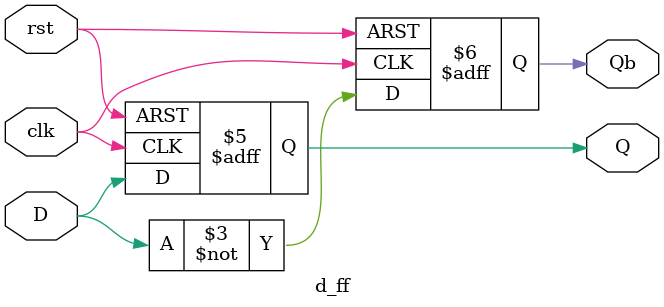
<source format=v>
module d_ff(Q,Qb,clk,rst,D);
	input clk,rst,D;
	output reg Q,Qb;
	initial begin
		Q<=0;
		Qb<=1;
	end

	always @(negedge clk or negedge rst)
	begin
		if(~rst) begin
			Q<=0;
			Qb<=1;
		end
		else begin
			Q<=D;
			Qb<=~D;
		end
	end
endmodule


</source>
